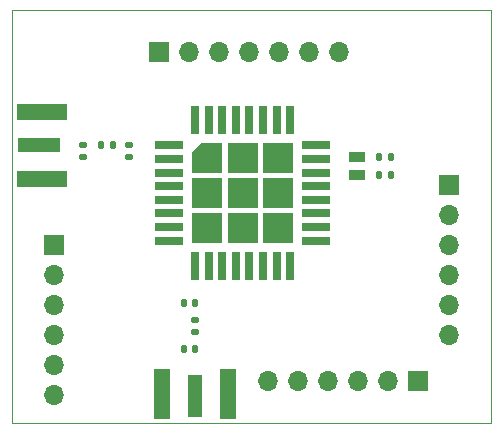
<source format=gts>
G04 #@! TF.GenerationSoftware,KiCad,Pcbnew,(6.0.4)*
G04 #@! TF.CreationDate,2022-06-22T19:01:53-03:00*
G04 #@! TF.ProjectId,HTLRBL41L-10_Test_board_v3.0_rev1.0,48544c52-424c-4343-914c-2d31305f5465,rev?*
G04 #@! TF.SameCoordinates,Original*
G04 #@! TF.FileFunction,Soldermask,Top*
G04 #@! TF.FilePolarity,Negative*
%FSLAX46Y46*%
G04 Gerber Fmt 4.6, Leading zero omitted, Abs format (unit mm)*
G04 Created by KiCad (PCBNEW (6.0.4)) date 2022-06-22 19:01:53*
%MOMM*%
%LPD*%
G01*
G04 APERTURE LIST*
G04 Aperture macros list*
%AMRoundRect*
0 Rectangle with rounded corners*
0 $1 Rounding radius*
0 $2 $3 $4 $5 $6 $7 $8 $9 X,Y pos of 4 corners*
0 Add a 4 corners polygon primitive as box body*
4,1,4,$2,$3,$4,$5,$6,$7,$8,$9,$2,$3,0*
0 Add four circle primitives for the rounded corners*
1,1,$1+$1,$2,$3*
1,1,$1+$1,$4,$5*
1,1,$1+$1,$6,$7*
1,1,$1+$1,$8,$9*
0 Add four rect primitives between the rounded corners*
20,1,$1+$1,$2,$3,$4,$5,0*
20,1,$1+$1,$4,$5,$6,$7,0*
20,1,$1+$1,$6,$7,$8,$9,0*
20,1,$1+$1,$8,$9,$2,$3,0*%
%AMFreePoly0*
4,1,6,1.250000,-1.250000,-1.250000,-1.250000,-1.250000,0.500000,-0.500000,1.250000,1.250000,1.250000,1.250000,-1.250000,1.250000,-1.250000,$1*%
G04 Aperture macros list end*
G04 #@! TA.AperFunction,Profile*
%ADD10C,0.050000*%
G04 #@! TD*
%ADD11R,1.400000X0.900000*%
%ADD12RoundRect,0.147500X-0.147500X-0.172500X0.147500X-0.172500X0.147500X0.172500X-0.147500X0.172500X0*%
%ADD13RoundRect,0.147500X-0.172500X0.147500X-0.172500X-0.147500X0.172500X-0.147500X0.172500X0.147500X0*%
%ADD14RoundRect,0.147500X0.147500X0.172500X-0.147500X0.172500X-0.147500X-0.172500X0.147500X-0.172500X0*%
%ADD15R,3.600000X1.270000*%
%ADD16R,4.200000X1.350000*%
%ADD17R,1.350000X4.200000*%
%ADD18R,1.270000X3.600000*%
%ADD19R,2.500000X2.500000*%
%ADD20R,2.400000X0.750000*%
%ADD21R,0.750000X2.400000*%
%ADD22FreePoly0,0.000000*%
%ADD23R,1.700000X1.700000*%
%ADD24O,1.700000X1.700000*%
G04 APERTURE END LIST*
D10*
X100000000Y-75000000D02*
X100000000Y-110000000D01*
X140500000Y-75000000D02*
X100000000Y-75000000D01*
X140500000Y-110000000D02*
X140500000Y-75000000D01*
X100000000Y-110000000D02*
X140500000Y-110000000D01*
D11*
X129220000Y-88950000D03*
X129220000Y-87450000D03*
D12*
X131055000Y-87440000D03*
X132025000Y-87440000D03*
X132025000Y-88940000D03*
X131055000Y-88940000D03*
D13*
X109900000Y-87445000D03*
X109900000Y-86475000D03*
X106000000Y-87440000D03*
X106000000Y-86470000D03*
D14*
X114510000Y-99800000D03*
X115480000Y-99800000D03*
X115480000Y-103700000D03*
X114510000Y-103700000D03*
D15*
X102300000Y-86475000D03*
D16*
X102500000Y-89300000D03*
X102500000Y-83650000D03*
D17*
X112650000Y-107490000D03*
X118300000Y-107490000D03*
D18*
X115475000Y-107690000D03*
D14*
X108500000Y-86475000D03*
X107530000Y-86475000D03*
D13*
X115480000Y-102235000D03*
X115480000Y-101265000D03*
D19*
X122500000Y-93500000D03*
X122500000Y-90500000D03*
X122500000Y-87500000D03*
X119500000Y-93500000D03*
X119500000Y-90500000D03*
D20*
X113300000Y-86475000D03*
X113300000Y-87625000D03*
X113300000Y-88775000D03*
X113300000Y-89925000D03*
X113300000Y-91075000D03*
X113300000Y-92225000D03*
X113300000Y-93375000D03*
X113300000Y-94525000D03*
D21*
X115475000Y-96700000D03*
X116625000Y-96700000D03*
X117775000Y-96700000D03*
X118925000Y-96700000D03*
X120075000Y-96700000D03*
X121225000Y-96700000D03*
X122375000Y-96700000D03*
X123525000Y-96700000D03*
D20*
X125700000Y-94525000D03*
X125700000Y-93375000D03*
X125700000Y-92225000D03*
X125700000Y-91075000D03*
X125700000Y-89925000D03*
X125700000Y-88775000D03*
X125700000Y-87625000D03*
X125700000Y-86475000D03*
D21*
X123525000Y-84300000D03*
X122375000Y-84300000D03*
X121225000Y-84300000D03*
X120075000Y-84300000D03*
X118925000Y-84300000D03*
X117775000Y-84300000D03*
X116625000Y-84300000D03*
X115475000Y-84300000D03*
D19*
X119500000Y-87500000D03*
X116500000Y-93500000D03*
X116500000Y-90500000D03*
D22*
X116500000Y-87500000D03*
D23*
X103550000Y-94900000D03*
D24*
X103550000Y-97440000D03*
X103550000Y-99980000D03*
X103550000Y-102520000D03*
X103550000Y-105060000D03*
X103550000Y-107600000D03*
X121610000Y-106450000D03*
X124150000Y-106450000D03*
X126690000Y-106450000D03*
X129230000Y-106450000D03*
X131770000Y-106450000D03*
D23*
X134310000Y-106450000D03*
X136980000Y-89820000D03*
D24*
X136980000Y-92360000D03*
X136980000Y-94900000D03*
X136980000Y-97440000D03*
X136980000Y-99980000D03*
X136980000Y-102520000D03*
D23*
X112453000Y-78550000D03*
D24*
X114993000Y-78550000D03*
X117533000Y-78550000D03*
X120073000Y-78550000D03*
X122613000Y-78550000D03*
X125153000Y-78550000D03*
X127693000Y-78550000D03*
M02*

</source>
